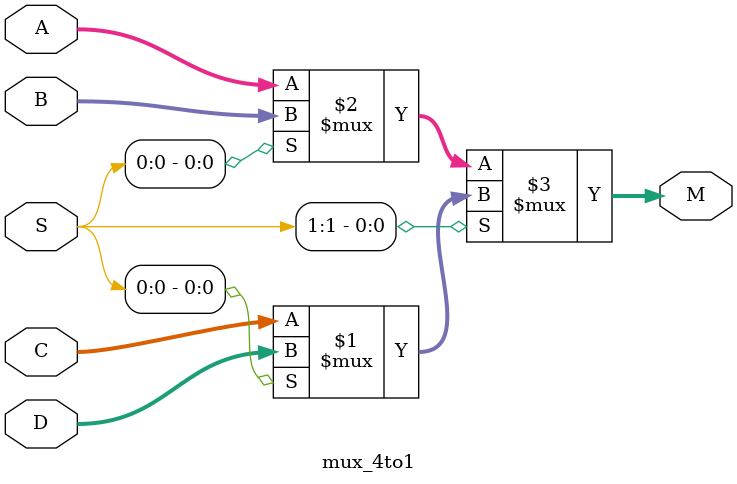
<source format=v>
module mux_4to1(A, B, C, D,  S, M);

	 parameter AB_width = 32;
    input  [AB_width-1:0] A, C;
    input  [AB_width-1:0] B, D;
    input  [1:0] S;
    output [AB_width-1:0] M;
	 
	 assign M =  S[1] ? (S[0] ? D : C) : (S[0] ? B : A);

endmodule //mux_4to1

</source>
